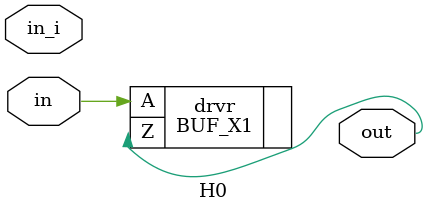
<source format=v>
module top (in,
    out);
 input in;
 output out;

 wire net1;

 H0 h0 (.in_i(net1),
    .in(in),
    .out(out));
 BUF_X1 load1 (.A(net1));
 BUF_X1 new_buf1 (.A(out),
    .Z(net1));
 BUF_X1 nontarget0 (.A(out));
endmodule
module H0 (in_i,
    in,
    out);
 input in_i;
 input in;
 output out;


 BUF_X1 drvr (.A(in),
    .Z(out));
 BUF_X1 load0 (.A(in_i));
endmodule

</source>
